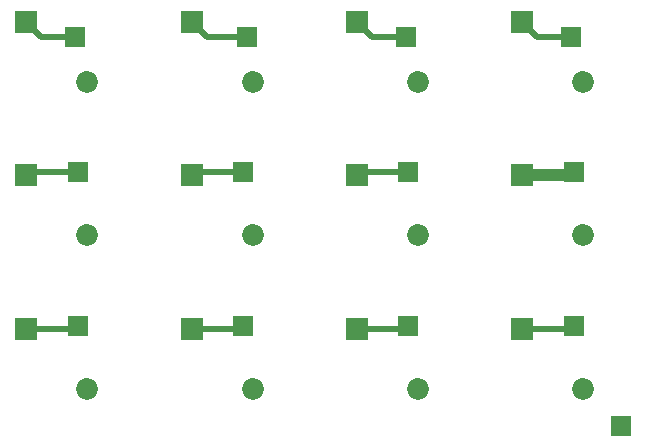
<source format=gbr>
%TF.GenerationSoftware,KiCad,Pcbnew,(5.1.10)-1*%
%TF.CreationDate,2021-11-08T13:26:20-08:00*%
%TF.ProjectId,button_grid,62757474-6f6e-45f6-9772-69642e6b6963,rev?*%
%TF.SameCoordinates,Original*%
%TF.FileFunction,Copper,L2,Bot*%
%TF.FilePolarity,Positive*%
%FSLAX46Y46*%
G04 Gerber Fmt 4.6, Leading zero omitted, Abs format (unit mm)*
G04 Created by KiCad (PCBNEW (5.1.10)-1) date 2021-11-08 13:26:20*
%MOMM*%
%LPD*%
G01*
G04 APERTURE LIST*
%TA.AperFunction,ComponentPad*%
%ADD10C,1.850000*%
%TD*%
%TA.AperFunction,ComponentPad*%
%ADD11R,1.850000X1.850000*%
%TD*%
%TA.AperFunction,ComponentPad*%
%ADD12R,1.700000X1.700000*%
%TD*%
%TA.AperFunction,Conductor*%
%ADD13C,0.500000*%
%TD*%
%TA.AperFunction,Conductor*%
%ADD14C,1.000000*%
%TD*%
G04 APERTURE END LIST*
D10*
%TO.P,S0,3*%
%TO.N,+3V3*%
X127810000Y-77810000D03*
D11*
%TO.P,S0,1*%
%TO.N,Net-(M0-Pad1)*%
X122650000Y-72730000D03*
%TD*%
%TO.P,S1,1*%
%TO.N,Net-(M1-Pad1)*%
X136650000Y-72730000D03*
D10*
%TO.P,S1,3*%
%TO.N,+3V3*%
X141810000Y-77810000D03*
%TD*%
%TO.P,S2,3*%
%TO.N,+3V3*%
X155810000Y-77810000D03*
D11*
%TO.P,S2,1*%
%TO.N,Net-(M2-Pad1)*%
X150650000Y-72730000D03*
%TD*%
%TO.P,S3,1*%
%TO.N,Net-(M3-Pad1)*%
X164650000Y-72730000D03*
D10*
%TO.P,S3,3*%
%TO.N,+3V3*%
X169810000Y-77810000D03*
%TD*%
%TO.P,S4,3*%
%TO.N,+3V3*%
X127810000Y-90810000D03*
D11*
%TO.P,S4,1*%
%TO.N,Net-(M4-Pad1)*%
X122650000Y-85730000D03*
%TD*%
%TO.P,S5,1*%
%TO.N,Net-(M5-Pad1)*%
X136650000Y-85730000D03*
D10*
%TO.P,S5,3*%
%TO.N,+3V3*%
X141810000Y-90810000D03*
%TD*%
%TO.P,S6,3*%
%TO.N,+3V3*%
X155810000Y-90810000D03*
D11*
%TO.P,S6,1*%
%TO.N,Net-(M6-Pad1)*%
X150650000Y-85730000D03*
%TD*%
%TO.P,S7,1*%
%TO.N,Net-(M7-Pad1)*%
X164650000Y-85730000D03*
D10*
%TO.P,S7,3*%
%TO.N,+3V3*%
X169810000Y-90810000D03*
%TD*%
%TO.P,S8,3*%
%TO.N,+3V3*%
X127810000Y-103810000D03*
D11*
%TO.P,S8,1*%
%TO.N,Net-(M8-Pad1)*%
X122650000Y-98730000D03*
%TD*%
%TO.P,S9,1*%
%TO.N,Net-(M9-Pad1)*%
X136650000Y-98730000D03*
D10*
%TO.P,S9,3*%
%TO.N,+3V3*%
X141810000Y-103810000D03*
%TD*%
%TO.P,S10,3*%
%TO.N,+3V3*%
X155810000Y-103810000D03*
D11*
%TO.P,S10,1*%
%TO.N,Net-(M10-Pad1)*%
X150650000Y-98730000D03*
%TD*%
%TO.P,S11,1*%
%TO.N,Net-(M11-Pad1)*%
X164650000Y-98730000D03*
D10*
%TO.P,S11,3*%
%TO.N,+3V3*%
X169810000Y-103810000D03*
%TD*%
D12*
%TO.P,J1,1*%
%TO.N,+3V3*%
X173000000Y-107000000D03*
%TD*%
%TO.P,M0,1*%
%TO.N,Net-(M0-Pad1)*%
X126800000Y-74000000D03*
%TD*%
%TO.P,M1,1*%
%TO.N,Net-(M1-Pad1)*%
X141300000Y-74000000D03*
%TD*%
%TO.P,M2,1*%
%TO.N,Net-(M2-Pad1)*%
X154800000Y-74000000D03*
%TD*%
%TO.P,M3,1*%
%TO.N,Net-(M3-Pad1)*%
X168800000Y-74000000D03*
%TD*%
%TO.P,M4,1*%
%TO.N,Net-(M4-Pad1)*%
X127000000Y-85500000D03*
%TD*%
%TO.P,M5,1*%
%TO.N,Net-(M5-Pad1)*%
X141000000Y-85500000D03*
%TD*%
%TO.P,M6,1*%
%TO.N,Net-(M6-Pad1)*%
X155000000Y-85500000D03*
%TD*%
%TO.P,M7,1*%
%TO.N,Net-(M7-Pad1)*%
X169000000Y-85500000D03*
%TD*%
%TO.P,M8,1*%
%TO.N,Net-(M8-Pad1)*%
X127000000Y-98500000D03*
%TD*%
%TO.P,M9,1*%
%TO.N,Net-(M9-Pad1)*%
X141000000Y-98500000D03*
%TD*%
%TO.P,M10,1*%
%TO.N,Net-(M10-Pad1)*%
X155000000Y-98500000D03*
%TD*%
%TO.P,M11,1*%
%TO.N,Net-(M11-Pad1)*%
X169000000Y-98500000D03*
%TD*%
D13*
%TO.N,Net-(M0-Pad1)*%
X123920000Y-74000000D02*
X122650000Y-72730000D01*
X126800000Y-74000000D02*
X123920000Y-74000000D01*
%TO.N,Net-(M2-Pad1)*%
X151920000Y-74000000D02*
X150650000Y-72730000D01*
X154800000Y-74000000D02*
X151920000Y-74000000D01*
%TO.N,Net-(M3-Pad1)*%
X165920000Y-74000000D02*
X164650000Y-72730000D01*
X168800000Y-74000000D02*
X165920000Y-74000000D01*
D14*
%TO.N,Net-(M4-Pad1)*%
X126770000Y-85730000D02*
X127000000Y-85500000D01*
D13*
X122880000Y-85500000D02*
X122650000Y-85730000D01*
X127000000Y-85500000D02*
X122880000Y-85500000D01*
D14*
%TO.N,Net-(M5-Pad1)*%
X140770000Y-85730000D02*
X141000000Y-85500000D01*
D13*
X136880000Y-85500000D02*
X136650000Y-85730000D01*
X141000000Y-85500000D02*
X136880000Y-85500000D01*
D14*
%TO.N,Net-(M6-Pad1)*%
X154770000Y-85730000D02*
X155000000Y-85500000D01*
D13*
X150880000Y-85500000D02*
X150650000Y-85730000D01*
X155000000Y-85500000D02*
X150880000Y-85500000D01*
D14*
%TO.N,Net-(M7-Pad1)*%
X168770000Y-85730000D02*
X169000000Y-85500000D01*
X164650000Y-85730000D02*
X168770000Y-85730000D01*
D13*
%TO.N,Net-(M8-Pad1)*%
X126770000Y-98730000D02*
X127000000Y-98500000D01*
X122650000Y-98730000D02*
X126770000Y-98730000D01*
%TO.N,Net-(M9-Pad1)*%
X140770000Y-98730000D02*
X141000000Y-98500000D01*
X136650000Y-98730000D02*
X140770000Y-98730000D01*
%TO.N,Net-(M10-Pad1)*%
X154770000Y-98730000D02*
X155000000Y-98500000D01*
X150650000Y-98730000D02*
X154770000Y-98730000D01*
%TO.N,Net-(M11-Pad1)*%
X168770000Y-98730000D02*
X169000000Y-98500000D01*
X164650000Y-98730000D02*
X168770000Y-98730000D01*
D14*
%TO.N,Net-(M1-Pad1)*%
X136880000Y-72500000D02*
X136650000Y-72730000D01*
D13*
X137920000Y-74000000D02*
X136650000Y-72730000D01*
X141300000Y-74000000D02*
X137920000Y-74000000D01*
%TD*%
M02*

</source>
